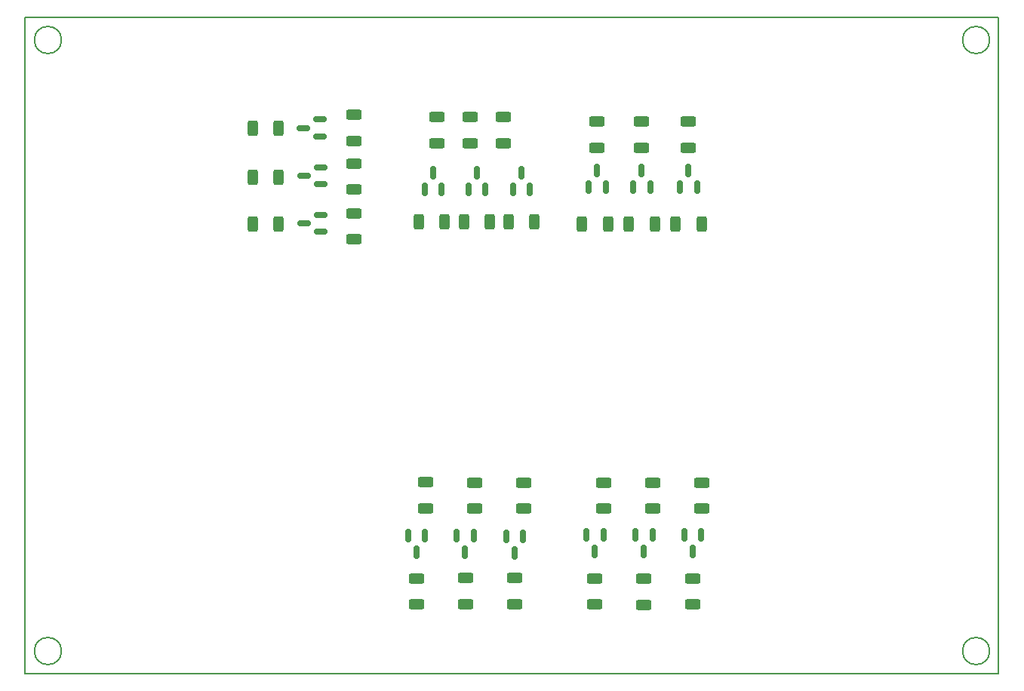
<source format=gbp>
%TF.GenerationSoftware,KiCad,Pcbnew,7.0.2-6a45011f42~172~ubuntu22.10.1*%
%TF.CreationDate,2023-08-10T13:04:23+05:00*%
%TF.ProjectId,id4,6964342e-6b69-4636-9164-5f7063625858,1*%
%TF.SameCoordinates,Original*%
%TF.FileFunction,Paste,Bot*%
%TF.FilePolarity,Positive*%
%FSLAX46Y46*%
G04 Gerber Fmt 4.6, Leading zero omitted, Abs format (unit mm)*
G04 Created by KiCad (PCBNEW 7.0.2-6a45011f42~172~ubuntu22.10.1) date 2023-08-10 13:04:23*
%MOMM*%
%LPD*%
G01*
G04 APERTURE LIST*
G04 Aperture macros list*
%AMRoundRect*
0 Rectangle with rounded corners*
0 $1 Rounding radius*
0 $2 $3 $4 $5 $6 $7 $8 $9 X,Y pos of 4 corners*
0 Add a 4 corners polygon primitive as box body*
4,1,4,$2,$3,$4,$5,$6,$7,$8,$9,$2,$3,0*
0 Add four circle primitives for the rounded corners*
1,1,$1+$1,$2,$3*
1,1,$1+$1,$4,$5*
1,1,$1+$1,$6,$7*
1,1,$1+$1,$8,$9*
0 Add four rect primitives between the rounded corners*
20,1,$1+$1,$2,$3,$4,$5,0*
20,1,$1+$1,$4,$5,$6,$7,0*
20,1,$1+$1,$6,$7,$8,$9,0*
20,1,$1+$1,$8,$9,$2,$3,0*%
G04 Aperture macros list end*
%ADD10RoundRect,0.150000X-0.150000X0.587500X-0.150000X-0.587500X0.150000X-0.587500X0.150000X0.587500X0*%
%ADD11RoundRect,0.250000X0.625000X-0.312500X0.625000X0.312500X-0.625000X0.312500X-0.625000X-0.312500X0*%
%ADD12RoundRect,0.250000X0.312500X0.625000X-0.312500X0.625000X-0.312500X-0.625000X0.312500X-0.625000X0*%
%ADD13RoundRect,0.250000X-0.625000X0.312500X-0.625000X-0.312500X0.625000X-0.312500X0.625000X0.312500X0*%
%ADD14RoundRect,0.150000X0.150000X-0.587500X0.150000X0.587500X-0.150000X0.587500X-0.150000X-0.587500X0*%
%ADD15RoundRect,0.250000X-0.312500X-0.625000X0.312500X-0.625000X0.312500X0.625000X-0.312500X0.625000X0*%
%ADD16RoundRect,0.150000X0.587500X0.150000X-0.587500X0.150000X-0.587500X-0.150000X0.587500X-0.150000X0*%
%TA.AperFunction,Profile*%
%ADD17C,0.150000*%
%TD*%
%TA.AperFunction,Profile*%
%ADD18C,0.200000*%
%TD*%
G04 APERTURE END LIST*
D10*
%TO.C,Q4*%
X179800000Y-111397500D03*
X181700000Y-111397500D03*
X180750000Y-113272500D03*
%TD*%
D11*
%TO.C,R5*%
X153750000Y-72662000D03*
X153750000Y-69737000D03*
%TD*%
D12*
%TO.C,R18*%
X182212500Y-76500000D03*
X179287500Y-76500000D03*
%TD*%
D13*
%TO.C,R21*%
X170500000Y-64537500D03*
X170500000Y-67462500D03*
%TD*%
D14*
%TO.C,Q7*%
X192200000Y-72375000D03*
X190300000Y-72375000D03*
X191250000Y-70500000D03*
%TD*%
D12*
%TO.C,R23*%
X168962500Y-76250000D03*
X166037500Y-76250000D03*
%TD*%
D11*
%TO.C,R27*%
X171750000Y-119212500D03*
X171750000Y-116287500D03*
%TD*%
D13*
%TO.C,R13*%
X191250000Y-65037500D03*
X191250000Y-67962500D03*
%TD*%
D14*
%TO.C,Q10*%
X163547200Y-72625000D03*
X161647200Y-72625000D03*
X162597200Y-70750000D03*
%TD*%
D11*
%TO.C,R6*%
X153750000Y-67212500D03*
X153750000Y-64287500D03*
%TD*%
%TO.C,R26*%
X166250000Y-119212500D03*
X166250000Y-116287500D03*
%TD*%
D12*
%TO.C,R22*%
X163887500Y-76250000D03*
X160962500Y-76250000D03*
%TD*%
D14*
%TO.C,Q9*%
X181950000Y-72375000D03*
X180050000Y-72375000D03*
X181000000Y-70500000D03*
%TD*%
D10*
%TO.C,Q15*%
X170800000Y-111562500D03*
X172700000Y-111562500D03*
X171750000Y-113437500D03*
%TD*%
D15*
%TO.C,R3*%
X142325000Y-65750000D03*
X145250000Y-65750000D03*
%TD*%
D13*
%TO.C,R14*%
X186000000Y-65037500D03*
X186000000Y-67962500D03*
%TD*%
D12*
%TO.C,R17*%
X187462500Y-76500000D03*
X184537500Y-76500000D03*
%TD*%
%TO.C,R24*%
X173962500Y-76250000D03*
X171037500Y-76250000D03*
%TD*%
D16*
%TO.C,Q3*%
X149975500Y-70188000D03*
X149975500Y-72088000D03*
X148100500Y-71138000D03*
%TD*%
D14*
%TO.C,Q8*%
X186950000Y-72375000D03*
X185050000Y-72375000D03*
X186000000Y-70500000D03*
%TD*%
D11*
%TO.C,R25*%
X160750000Y-119250000D03*
X160750000Y-116325000D03*
%TD*%
D15*
%TO.C,R1*%
X142325000Y-76500000D03*
X145250000Y-76500000D03*
%TD*%
D13*
%TO.C,R15*%
X181000000Y-65037500D03*
X181000000Y-67962500D03*
%TD*%
%TO.C,R30*%
X172750000Y-105537500D03*
X172750000Y-108462500D03*
%TD*%
%TO.C,R12*%
X192750000Y-105575000D03*
X192750000Y-108500000D03*
%TD*%
D15*
%TO.C,R2*%
X142325000Y-71250000D03*
X145250000Y-71250000D03*
%TD*%
D13*
%TO.C,R10*%
X181750000Y-105575000D03*
X181750000Y-108500000D03*
%TD*%
%TO.C,R20*%
X166750000Y-64537500D03*
X166750000Y-67462500D03*
%TD*%
D10*
%TO.C,Q6*%
X190800000Y-111397500D03*
X192700000Y-111397500D03*
X191750000Y-113272500D03*
%TD*%
D12*
%TO.C,R16*%
X192712500Y-76500000D03*
X189787500Y-76500000D03*
%TD*%
D11*
%TO.C,R8*%
X186250000Y-119272500D03*
X186250000Y-116347500D03*
%TD*%
%TO.C,R4*%
X153750000Y-78250000D03*
X153750000Y-75325000D03*
%TD*%
D13*
%TO.C,R28*%
X161750000Y-105500000D03*
X161750000Y-108425000D03*
%TD*%
D11*
%TO.C,R7*%
X180750000Y-119235000D03*
X180750000Y-116310000D03*
%TD*%
D10*
%TO.C,Q14*%
X165250000Y-111500000D03*
X167150000Y-111500000D03*
X166200000Y-113375000D03*
%TD*%
D13*
%TO.C,R11*%
X187250000Y-105575000D03*
X187250000Y-108500000D03*
%TD*%
D14*
%TO.C,Q11*%
X168450000Y-72625000D03*
X166550000Y-72625000D03*
X167500000Y-70750000D03*
%TD*%
D10*
%TO.C,Q5*%
X185300000Y-111397500D03*
X187200000Y-111397500D03*
X186250000Y-113272500D03*
%TD*%
D13*
%TO.C,R19*%
X163000000Y-64537500D03*
X163000000Y-67462500D03*
%TD*%
D10*
%TO.C,Q13*%
X159800000Y-111500000D03*
X161700000Y-111500000D03*
X160750000Y-113375000D03*
%TD*%
D16*
%TO.C,Q1*%
X149975500Y-75522000D03*
X149975500Y-77422000D03*
X148100500Y-76472000D03*
%TD*%
D13*
%TO.C,R29*%
X167250000Y-105537500D03*
X167250000Y-108462500D03*
%TD*%
D11*
%TO.C,R9*%
X191750000Y-119250000D03*
X191750000Y-116325000D03*
%TD*%
D14*
%TO.C,Q12*%
X173450000Y-72625000D03*
X171550000Y-72625000D03*
X172500000Y-70750000D03*
%TD*%
D16*
%TO.C,Q2*%
X149937500Y-64800000D03*
X149937500Y-66700000D03*
X148062500Y-65750000D03*
%TD*%
D17*
X120904000Y-55880000D02*
G75*
G03*
X120904000Y-55880000I-1524000J0D01*
G01*
X225044000Y-124460000D02*
G75*
G03*
X225044000Y-124460000I-1524000J0D01*
G01*
X120904000Y-124460000D02*
G75*
G03*
X120904000Y-124460000I-1524000J0D01*
G01*
D18*
X116840000Y-53340000D02*
X226060000Y-53340000D01*
X226060000Y-127000000D01*
X116840000Y-127000000D01*
X116840000Y-53340000D01*
D17*
X225044000Y-55880000D02*
G75*
G03*
X225044000Y-55880000I-1524000J0D01*
G01*
M02*

</source>
